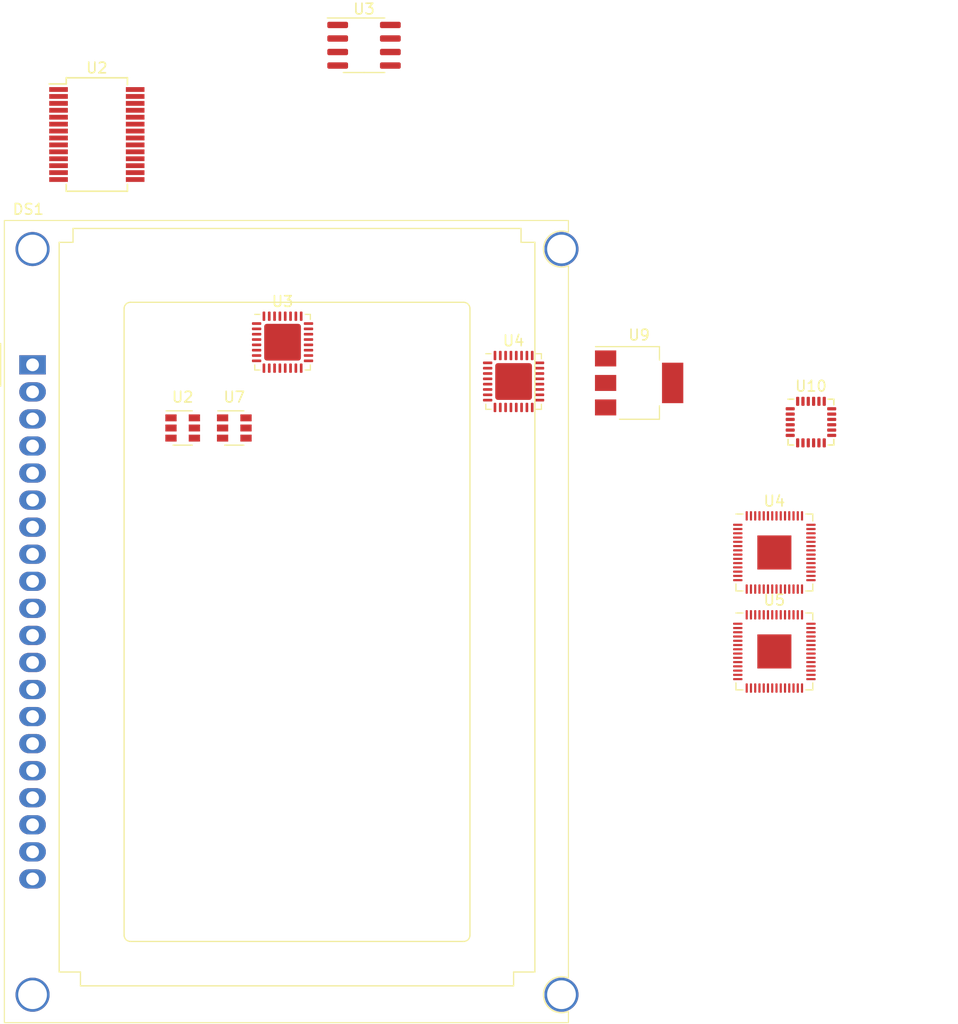
<source format=kicad_pcb>
(kicad_pcb (version 20221018) (generator pcbnew)
  (title_block (title "Game Console"))
  (layers (0 "F.Cu" signal) (31 "B.Cu" signal) (34 "B.Paste" user) (35 "F.Paste" user) (36 "B.SilkS" user "B.Silkscreen") (37 "F.SilkS" user "F.Silkscreen") (38 "B.Mask" user) (39 "F.Mask" user) (44 "Edge.Cuts" user))
  (net 0 "")
  (net 21 "+3.3V")
  (net 24 "Net-(U3-X2)")
  (net 25 "Net-(U3-X1)")
  (net 26 "Net-(U4-IOVDD-Pad1)")
  (net 46 "Net-(U4-DVDD-Pad23)")
  (net 49 "Net-(U2-Pad28)")
  (net 50 "Net-(U2-Pad27)")
  (net 51 "Net-(U2-Pad26)")
  (net 52 "Net-(U2-Pad25)")
  (net 53 "Net-(U2-Pad24)")
  (net 54 "Net-(U2-Pad23)")
  (net 55 "Net-(U2-Pad22)")
  (net 56 "Net-(U2-Pad21)")
  (net 57 "Net-(U2-Pad20)")
  (net 58 "Net-(U2-Pad19)")
  (net 59 "Net-(U2-Pad18)")
  (net 60 "Net-(U2-Pad17)")
  (net 61 "Net-(U2-Pad16)")
  (net 62 "Net-(U2-Pad11)")
  (net 63 "Net-(U2-Pad14)")
  (net 64 "Net-(U2-Pad13)")
  (net 65 "Net-(U2-Pad12)")
  (net 66 "Net-(U2-Pad10)")
  (net 67 "Net-(U2-Pad9)")
  (net 68 "Net-(U2-Pad8)")
  (net 69 "Net-(U2-Pad7)")
  (net 70 "Net-(U2-Pad6)")
  (net 71 "Net-(U2-Pad5)")
  (net 72 "Net-(U2-Pad4)")
  (net 73 "Net-(U2-Pad3)")
  (net 74 "Net-(U2-Pad2)")
  (net 75 "Net-(U2-Pad1)")
  (net 76 "Net-(U3-Pad32)")
  (net 77 "Net-(U3-Pad31)")
  (net 78 "Net-(U3-Pad30)")
  (net 79 "Net-(U3-Pad29)")
  (net 80 "Net-(U3-Pad28)")
  (net 81 "Net-(U3-Pad27)")
  (net 82 "Net-(U3-Pad26)")
  (net 83 "Net-(U3-Pad25)")
  (net 84 "Net-(U3-Pad24)")
  (net 85 "Net-(U3-Pad23)")
  (net 86 "Net-(U3-Pad22)")
  (net 87 "Net-(U3-Pad21)")
  (net 88 "Net-(U3-Pad20)")
  (net 89 "Net-(U3-Pad19)")
  (net 90 "Net-(U3-Pad18)")
  (net 91 "Net-(U3-Pad17)")
  (net 92 "Net-(U3-Pad16)")
  (net 93 "Net-(U3-Pad15)")
  (net 94 "Net-(U3-Pad14)")
  (net 95 "Net-(U3-Pad13)")
  (net 96 "Net-(U3-Pad12)")
  (net 97 "Net-(U3-Pad11)")
  (net 98 "Net-(U3-Pad10)")
  (net 99 "Net-(U3-Pad9)")
  (net 100 "Net-(U3-Pad8)")
  (net 101 "Net-(U3-Pad7)")
  (net 102 "Net-(U3-Pad6)")
  (net 103 "Net-(U3-Pad5)")
  (net 104 "Net-(U3-Pad4)")
  (net 105 "Net-(U3-Pad3)")
  (net 106 "Net-(U3-Pad2)")
  (net 107 "Net-(U3-Pad1)")
  (net 108 "Net-(U4-Pad32)")
  (net 109 "Net-(U4-Pad31)")
  (net 110 "Net-(U4-Pad30)")
  (net 111 "Net-(U4-Pad29)")
  (net 112 "Net-(U4-Pad28)")
  (net 113 "Net-(U4-Pad27)")
  (net 114 "Net-(U4-Pad26)")
  (net 115 "Net-(U4-Pad25)")
  (net 116 "Net-(U4-Pad24)")
  (net 117 "Net-(U4-Pad23)")
  (net 118 "Net-(U4-Pad22)")
  (net 119 "Net-(U4-Pad21)")
  (net 120 "Net-(U4-Pad20)")
  (net 121 "Net-(U4-Pad19)")
  (net 122 "Net-(U4-Pad18)")
  (net 123 "Net-(U4-Pad17)")
  (net 124 "Net-(U4-Pad16)")
  (net 125 "Net-(U4-Pad15)")
  (net 126 "Net-(U4-Pad14)")
  (net 127 "Net-(U4-Pad13)")
  (net 128 "Net-(U4-Pad12)")
  (net 129 "Net-(U4-Pad11)")
  (net 130 "Net-(U4-Pad10)")
  (net 131 "Net-(U4-Pad9)")
  (net 132 "Net-(U4-Pad8)")
  (net 133 "Net-(U4-Pad7)")
  (net 134 "Net-(U4-Pad6)")
  (net 135 "Net-(U4-Pad5)")
  (net 136 "Net-(U4-Pad4)")
  (net 137 "Net-(U4-Pad3)")
  (net 138 "Net-(U4-Pad2)")
  (net 139 "Net-(U4-Pad1)")
  (net 168 "Net-(U5-IOVDD-Pad1)")
  (net 188 "Net-(U5-DVDD-Pad23)")
  (net 211 "SDA")
  (net 212 "SCL")
  (net 214 "GND")
  (net 222 "Net-(U7-SCL)")
  (net 223 "Net-(U7-SDA)")
  (net 226 "SPEAKERL_LOW_V")
  (net 227 "+5V")
  (net 228 "SPEAKERR_LOW_V")
  (footprint "Package_SO:SSOP-28_5.3x10.2mm_P0.65mm" (layer "F.Cu") (at 98 25.075)
    (fp_text reference "U2" (at 0 -6.25) (layer "F.SilkS"))
    (fp_text value "AD1855")
    (fp_line (start -2.875 -5.325) (end -2.875 -4.75) (stroke (width 0.15)) (layer "F.SilkS"))
    (fp_line (start -2.875 -5.325) (end 2.875 -5.325) (stroke (width 0.15)) (layer "F.SilkS"))
    (fp_line (start -2.875 -4.75) (end -4.475 -4.75) (stroke (width 0.15)) (layer "F.SilkS"))
    (fp_line (start -2.875 5.325) (end -2.875 4.675) (stroke (width 0.15)) (layer "F.SilkS"))
    (fp_line (start -2.875 5.325) (end 2.875 5.325) (stroke (width 0.15)) (layer "F.SilkS"))
    (fp_line (start 2.875 -5.325) (end 2.875 -4.675) (stroke (width 0.15)) (layer "F.SilkS"))
    (fp_line (start 2.875 5.325) (end 2.875 4.675) (stroke (width 0.15)) (layer "F.SilkS"))
    (pad "1" smd rect (at -3.6 -4.225) (size 1.75 0.45) (layers "F.Cu" "F.Paste" "F.Mask") (net 75 "Net-(U2-Pad1)"))
    (pad "2" smd rect (at -3.6 -3.575) (size 1.75 0.45) (layers "F.Cu" "F.Paste" "F.Mask") (net 74 "Net-(U2-Pad2)"))
    (pad "3" smd rect (at -3.6 -2.925) (size 1.75 0.45) (layers "F.Cu" "F.Paste" "F.Mask") (net 73 "Net-(U2-Pad3)"))
    (pad "4" smd rect (at -3.6 -2.275) (size 1.75 0.45) (layers "F.Cu" "F.Paste" "F.Mask") (net 72 "Net-(U2-Pad4)"))
    (pad "5" smd rect (at -3.6 -1.625) (size 1.75 0.45) (layers "F.Cu" "F.Paste" "F.Mask") (net 71 "Net-(U2-Pad5)"))
    (pad "6" smd rect (at -3.6 -0.975) (size 1.75 0.45) (layers "F.Cu" "F.Paste" "F.Mask") (net 70 "Net-(U2-Pad6)"))
    (pad "7" smd rect (at -3.6 -0.325) (size 1.75 0.45) (layers "F.Cu" "F.Paste" "F.Mask") (net 69 "Net-(U2-Pad7)"))
    (pad "8" smd rect (at -3.6 0.325) (size 1.75 0.45) (layers "F.Cu" "F.Paste" "F.Mask") (net 68 "Net-(U2-Pad8)"))
    (pad "9" smd rect (at -3.6 0.975) (size 1.75 0.45) (layers "F.Cu" "F.Paste" "F.Mask") (net 67 "Net-(U2-Pad9)"))
    (pad "10" smd rect (at -3.6 1.625) (size 1.75 0.45) (layers "F.Cu" "F.Paste" "F.Mask") (net 66 "Net-(U2-Pad10)"))
    (pad "11" smd rect (at -3.6 2.275) (size 1.75 0.45) (layers "F.Cu" "F.Paste" "F.Mask") (net 62 "Net-(U2-Pad11)"))
    (pad "12" smd rect (at -3.6 2.925) (size 1.75 0.45) (layers "F.Cu" "F.Paste" "F.Mask") (net 65 "Net-(U2-Pad12)"))
    (pad "13" smd rect (at -3.6 3.575) (size 1.75 0.45) (layers "F.Cu" "F.Paste" "F.Mask") (net 64 "Net-(U2-Pad13)"))
    (pad "14" smd rect (at -3.6 4.225) (size 1.75 0.45) (layers "F.Cu" "F.Paste" "F.Mask") (net 63 "Net-(U2-Pad14)"))
    (pad "15" smd rect (at 3.6 4.225) (size 1.75 0.45) (layers "F.Cu" "F.Paste" "F.Mask") (net 62 "Net-(U2-Pad11)"))
    (pad "16" smd rect (at 3.6 3.575) (size 1.75 0.45) (layers "F.Cu" "F.Paste" "F.Mask") (net 61 "Net-(U2-Pad16)"))
    (pad "17" smd rect (at 3.6 2.925) (size 1.75 0.45) (layers "F.Cu" "F.Paste" "F.Mask") (net 60 "Net-(U2-Pad17)"))
    (pad "18" smd rect (at 3.6 2.275) (size 1.75 0.45) (layers "F.Cu" "F.Paste" "F.Mask") (net 59 "Net-(U2-Pad18)"))
    (pad "19" smd rect (at 3.6 1.625) (size 1.75 0.45) (layers "F.Cu" "F.Paste" "F.Mask") (net 58 "Net-(U2-Pad19)"))
    (pad "20" smd rect (at 3.6 0.975) (size 1.75 0.45) (layers "F.Cu" "F.Paste" "F.Mask") (net 57 "Net-(U2-Pad20)"))
    (pad "21" smd rect (at 3.6 0.325) (size 1.75 0.45) (layers "F.Cu" "F.Paste" "F.Mask") (net 56 "Net-(U2-Pad21)"))
    (pad "22" smd rect (at 3.6 -0.325) (size 1.75 0.45) (layers "F.Cu" "F.Paste" "F.Mask") (net 55 "Net-(U2-Pad22)"))
    (pad "23" smd rect (at 3.6 -0.975) (size 1.75 0.45) (layers "F.Cu" "F.Paste" "F.Mask") (net 54 "Net-(U2-Pad23)"))
    (pad "24" smd rect (at 3.6 -1.625) (size 1.75 0.45) (layers "F.Cu" "F.Paste" "F.Mask") (net 53 "Net-(U2-Pad24)"))
    (pad "25" smd rect (at 3.6 -2.275) (size 1.75 0.45) (layers "F.Cu" "F.Paste" "F.Mask") (net 52 "Net-(U2-Pad25)"))
    (pad "26" smd rect (at 3.6 -2.925) (size 1.75 0.45) (layers "F.Cu" "F.Paste" "F.Mask") (net 51 "Net-(U2-Pad26)"))
    (pad "27" smd rect (at 3.6 -3.575) (size 1.75 0.45) (layers "F.Cu" "F.Paste" "F.Mask") (net 50 "Net-(U2-Pad27)"))
    (pad "28" smd rect (at 3.6 -4.225) (size 1.75 0.45) (layers "F.Cu" "F.Paste" "F.Mask") (net 49 "Net-(U2-Pad28)"))
  )
  (footprint "Package_DFN_QFN:QFN-32-1EP_5x5mm_P0.5mm_EP3.45x3.45mm" (layer "F.Cu") (at 115.45 44.57)
    (fp_text reference "U3" (at 0 -3.82) (layer "F.SilkS"))
    (fp_text value "CS43L21")
    (fp_line (start -2.61 2.61) (end -2.61 2.135) (stroke (width 0.12)) (layer "F.SilkS"))
    (fp_line (start -2.135 -2.61) (end -2.61 -2.61) (stroke (width 0.12)) (layer "F.SilkS"))
    (fp_line (start -2.135 2.61) (end -2.61 2.61) (stroke (width 0.12)) (layer "F.SilkS"))
    (fp_line (start 2.135 -2.61) (end 2.61 -2.61) (stroke (width 0.12)) (layer "F.SilkS"))
    (fp_line (start 2.135 2.61) (end 2.61 2.61) (stroke (width 0.12)) (layer "F.SilkS"))
    (fp_line (start 2.61 -2.61) (end 2.61 -2.135) (stroke (width 0.12)) (layer "F.SilkS"))
    (fp_line (start 2.61 2.61) (end 2.61 2.135) (stroke (width 0.12)) (layer "F.SilkS"))
    (pad "1" smd roundrect (at -2.4375 -1.75) (size 0.875 0.25) (layers "F.Cu" "F.Paste" "F.Mask") (net 107 "Net-(U3-Pad1)"))
    (pad "2" smd roundrect (at -2.4375 -1.25) (size 0.875 0.25) (layers "F.Cu" "F.Paste" "F.Mask") (net 106 "Net-(U3-Pad2)"))
    (pad "3" smd roundrect (at -2.4375 -0.75) (size 0.875 0.25) (layers "F.Cu" "F.Paste" "F.Mask") (net 105 "Net-(U3-Pad3)"))
    (pad "4" smd roundrect (at -2.4375 -0.25) (size 0.875 0.25) (layers "F.Cu" "F.Paste" "F.Mask") (net 104 "Net-(U3-Pad4)"))
    (pad "5" smd roundrect (at -2.4375 0.25) (size 0.875 0.25) (layers "F.Cu" "F.Paste" "F.Mask") (net 103 "Net-(U3-Pad5)"))
    (pad "6" smd roundrect (at -2.4375 0.75) (size 0.875 0.25) (layers "F.Cu" "F.Paste" "F.Mask") (net 102 "Net-(U3-Pad6)"))
    (pad "7" smd roundrect (at -2.4375 1.25) (size 0.875 0.25) (layers "F.Cu" "F.Paste" "F.Mask") (net 101 "Net-(U3-Pad7)"))
    (pad "8" smd roundrect (at -2.4375 1.75) (size 0.875 0.25) (layers "F.Cu" "F.Paste" "F.Mask") (net 100 "Net-(U3-Pad8)"))
    (pad "9" smd roundrect (at -1.75 2.4375) (size 0.25 0.875) (layers "F.Cu" "F.Paste" "F.Mask") (net 99 "Net-(U3-Pad9)"))
    (pad "10" smd roundrect (at -1.25 2.4375) (size 0.25 0.875) (layers "F.Cu" "F.Paste" "F.Mask") (net 98 "Net-(U3-Pad10)"))
    (pad "11" smd roundrect (at -0.75 2.4375) (size 0.25 0.875) (layers "F.Cu" "F.Paste" "F.Mask") (net 97 "Net-(U3-Pad11)"))
    (pad "12" smd roundrect (at -0.25 2.4375) (size 0.25 0.875) (layers "F.Cu" "F.Paste" "F.Mask") (net 96 "Net-(U3-Pad12)"))
    (pad "13" smd roundrect (at 0.25 2.4375) (size 0.25 0.875) (layers "F.Cu" "F.Paste" "F.Mask") (net 95 "Net-(U3-Pad13)"))
    (pad "14" smd roundrect (at 0.75 2.4375) (size 0.25 0.875) (layers "F.Cu" "F.Paste" "F.Mask") (net 94 "Net-(U3-Pad14)"))
    (pad "15" smd roundrect (at 1.25 2.4375) (size 0.25 0.875) (layers "F.Cu" "F.Paste" "F.Mask") (net 93 "Net-(U3-Pad15)"))
    (pad "16" smd roundrect (at 1.75 2.4375) (size 0.25 0.875) (layers "F.Cu" "F.Paste" "F.Mask") (net 92 "Net-(U3-Pad16)"))
    (pad "17" smd roundrect (at 2.4375 1.75) (size 0.875 0.25) (layers "F.Cu" "F.Paste" "F.Mask") (net 91 "Net-(U3-Pad17)"))
    (pad "18" smd roundrect (at 2.4375 1.25) (size 0.875 0.25) (layers "F.Cu" "F.Paste" "F.Mask") (net 90 "Net-(U3-Pad18)"))
    (pad "19" smd roundrect (at 2.4375 0.75) (size 0.875 0.25) (layers "F.Cu" "F.Paste" "F.Mask") (net 89 "Net-(U3-Pad19)"))
    (pad "20" smd roundrect (at 2.4375 0.25) (size 0.875 0.25) (layers "F.Cu" "F.Paste" "F.Mask") (net 88 "Net-(U3-Pad20)"))
    (pad "21" smd roundrect (at 2.4375 -0.25) (size 0.875 0.25) (layers "F.Cu" "F.Paste" "F.Mask") (net 87 "Net-(U3-Pad21)"))
    (pad "22" smd roundrect (at 2.4375 -0.75) (size 0.875 0.25) (layers "F.Cu" "F.Paste" "F.Mask") (net 86 "Net-(U3-Pad22)"))
    (pad "23" smd roundrect (at 2.4375 -1.25) (size 0.875 0.25) (layers "F.Cu" "F.Paste" "F.Mask") (net 85 "Net-(U3-Pad23)"))
    (pad "24" smd roundrect (at 2.4375 -1.75) (size 0.875 0.25) (layers "F.Cu" "F.Paste" "F.Mask") (net 84 "Net-(U3-Pad24)"))
    (pad "25" smd roundrect (at 1.75 -2.4375) (size 0.25 0.875) (layers "F.Cu" "F.Paste" "F.Mask") (net 83 "Net-(U3-Pad25)"))
    (pad "26" smd roundrect (at 1.25 -2.4375) (size 0.25 0.875) (layers "F.Cu" "F.Paste" "F.Mask") (net 82 "Net-(U3-Pad26)"))
    (pad "27" smd roundrect (at 0.75 -2.4375) (size 0.25 0.875) (layers "F.Cu" "F.Paste" "F.Mask") (net 81 "Net-(U3-Pad27)"))
    (pad "28" smd roundrect (at 0.25 -2.4375) (size 0.25 0.875) (layers "F.Cu" "F.Paste" "F.Mask") (net 80 "Net-(U3-Pad28)"))
    (pad "29" smd roundrect (at -0.25 -2.4375) (size 0.25 0.875) (layers "F.Cu" "F.Paste" "F.Mask") (net 79 "Net-(U3-Pad29)"))
    (pad "30" smd roundrect (at -0.75 -2.4375) (size 0.25 0.875) (layers "F.Cu" "F.Paste" "F.Mask") (net 78 "Net-(U3-Pad30)"))
    (pad "31" smd roundrect (at -1.25 -2.4375) (size 0.25 0.875) (layers "F.Cu" "F.Paste" "F.Mask") (net 77 "Net-(U3-Pad31)"))
    (pad "32" smd roundrect (at -1.75 -2.4375) (size 0.25 0.875) (layers "F.Cu" "F.Paste" "F.Mask") (net 76 "Net-(U3-Pad32)"))
    (pad "33" smd roundrect (at 0 0) (size 3.45 3.45) (layers "F.Cu" "F.Mask") (roundrect_rratio 0.072464) (net 95 "Net-(U3-Pad13)"))
  )
  (footprint "Package_DFN_QFN:QFN-32-1EP_5x5mm_P0.5mm_EP3.45x3.45mm" (layer "F.Cu") (at 137.16 48.26)
    (fp_text reference "U4" (at 0 -3.82) (layer "F.SilkS"))
    (fp_text value "CS43L21")
    (fp_line (start -2.61 2.61) (end -2.61 2.135) (stroke (width 0.12)) (layer "F.SilkS"))
    (fp_line (start -2.135 -2.61) (end -2.61 -2.61) (stroke (width 0.12)) (layer "F.SilkS"))
    (fp_line (start -2.135 2.61) (end -2.61 2.61) (stroke (width 0.12)) (layer "F.SilkS"))
    (fp_line (start 2.135 -2.61) (end 2.61 -2.61) (stroke (width 0.12)) (layer "F.SilkS"))
    (fp_line (start 2.135 2.61) (end 2.61 2.61) (stroke (width 0.12)) (layer "F.SilkS"))
    (fp_line (start 2.61 -2.61) (end 2.61 -2.135) (stroke (width 0.12)) (layer "F.SilkS"))
    (fp_line (start 2.61 2.61) (end 2.61 2.135) (stroke (width 0.12)) (layer "F.SilkS"))
    (pad "1" smd roundrect (at -2.4375 -1.75) (size 0.875 0.25) (layers "F.Cu" "F.Paste" "F.Mask") (net 139 "Net-(U4-Pad1)"))
    (pad "2" smd roundrect (at -2.4375 -1.25) (size 0.875 0.25) (layers "F.Cu" "F.Paste" "F.Mask") (net 138 "Net-(U4-Pad2)"))
    (pad "3" smd roundrect (at -2.4375 -0.75) (size 0.875 0.25) (layers "F.Cu" "F.Paste" "F.Mask") (net 137 "Net-(U4-Pad3)"))
    (pad "4" smd roundrect (at -2.4375 -0.25) (size 0.875 0.25) (layers "F.Cu" "F.Paste" "F.Mask") (net 136 "Net-(U4-Pad4)"))
    (pad "5" smd roundrect (at -2.4375 0.25) (size 0.875 0.25) (layers "F.Cu" "F.Paste" "F.Mask") (net 135 "Net-(U4-Pad5)"))
    (pad "6" smd roundrect (at -2.4375 0.75) (size 0.875 0.25) (layers "F.Cu" "F.Paste" "F.Mask") (net 134 "Net-(U4-Pad6)"))
    (pad "7" smd roundrect (at -2.4375 1.25) (size 0.875 0.25) (layers "F.Cu" "F.Paste" "F.Mask") (net 133 "Net-(U4-Pad7)"))
    (pad "8" smd roundrect (at -2.4375 1.75) (size 0.875 0.25) (layers "F.Cu" "F.Paste" "F.Mask") (net 132 "Net-(U4-Pad8)"))
    (pad "9" smd roundrect (at -1.75 2.4375) (size 0.25 0.875) (layers "F.Cu" "F.Paste" "F.Mask") (net 131 "Net-(U4-Pad9)"))
    (pad "10" smd roundrect (at -1.25 2.4375) (size 0.25 0.875) (layers "F.Cu" "F.Paste" "F.Mask") (net 130 "Net-(U4-Pad10)"))
    (pad "11" smd roundrect (at -0.75 2.4375) (size 0.25 0.875) (layers "F.Cu" "F.Paste" "F.Mask") (net 129 "Net-(U4-Pad11)"))
    (pad "12" smd roundrect (at -0.25 2.4375) (size 0.25 0.875) (layers "F.Cu" "F.Paste" "F.Mask") (net 128 "Net-(U4-Pad12)"))
    (pad "13" smd roundrect (at 0.25 2.4375) (size 0.25 0.875) (layers "F.Cu" "F.Paste" "F.Mask") (net 127 "Net-(U4-Pad13)"))
    (pad "14" smd roundrect (at 0.75 2.4375) (size 0.25 0.875) (layers "F.Cu" "F.Paste" "F.Mask") (net 126 "Net-(U4-Pad14)"))
    (pad "15" smd roundrect (at 1.25 2.4375) (size 0.25 0.875) (layers "F.Cu" "F.Paste" "F.Mask") (net 125 "Net-(U4-Pad15)"))
    (pad "16" smd roundrect (at 1.75 2.4375) (size 0.25 0.875) (layers "F.Cu" "F.Paste" "F.Mask") (net 124 "Net-(U4-Pad16)"))
    (pad "17" smd roundrect (at 2.4375 1.75) (size 0.875 0.25) (layers "F.Cu" "F.Paste" "F.Mask") (net 123 "Net-(U4-Pad17)"))
    (pad "18" smd roundrect (at 2.4375 1.25) (size 0.875 0.25) (layers "F.Cu" "F.Paste" "F.Mask") (net 122 "Net-(U4-Pad18)"))
    (pad "19" smd roundrect (at 2.4375 0.75) (size 0.875 0.25) (layers "F.Cu" "F.Paste" "F.Mask") (net 121 "Net-(U4-Pad19)"))
    (pad "20" smd roundrect (at 2.4375 0.25) (size 0.875 0.25) (layers "F.Cu" "F.Paste" "F.Mask") (net 120 "Net-(U4-Pad20)"))
    (pad "21" smd roundrect (at 2.4375 -0.25) (size 0.875 0.25) (layers "F.Cu" "F.Paste" "F.Mask") (net 119 "Net-(U4-Pad21)"))
    (pad "22" smd roundrect (at 2.4375 -0.75) (size 0.875 0.25) (layers "F.Cu" "F.Paste" "F.Mask") (net 118 "Net-(U4-Pad22)"))
    (pad "23" smd roundrect (at 2.4375 -1.25) (size 0.875 0.25) (layers "F.Cu" "F.Paste" "F.Mask") (net 117 "Net-(U4-Pad23)"))
    (pad "24" smd roundrect (at 2.4375 -1.75) (size 0.875 0.25) (layers "F.Cu" "F.Paste" "F.Mask") (net 116 "Net-(U4-Pad24)"))
    (pad "25" smd roundrect (at 1.75 -2.4375) (size 0.25 0.875) (layers "F.Cu" "F.Paste" "F.Mask") (net 115 "Net-(U4-Pad25)"))
    (pad "26" smd roundrect (at 1.25 -2.4375) (size 0.25 0.875) (layers "F.Cu" "F.Paste" "F.Mask") (net 114 "Net-(U4-Pad26)"))
    (pad "27" smd roundrect (at 0.75 -2.4375) (size 0.25 0.875) (layers "F.Cu" "F.Paste" "F.Mask") (net 113 "Net-(U4-Pad27)"))
    (pad "28" smd roundrect (at 0.25 -2.4375) (size 0.25 0.875) (layers "F.Cu" "F.Paste" "F.Mask") (net 112 "Net-(U4-Pad28)"))
    (pad "29" smd roundrect (at -0.25 -2.4375) (size 0.25 0.875) (layers "F.Cu" "F.Paste" "F.Mask") (net 111 "Net-(U4-Pad29)"))
    (pad "30" smd roundrect (at -0.75 -2.4375) (size 0.25 0.875) (layers "F.Cu" "F.Paste" "F.Mask") (net 110 "Net-(U4-Pad30)"))
    (pad "31" smd roundrect (at -1.25 -2.4375) (size 0.25 0.875) (layers "F.Cu" "F.Paste" "F.Mask") (net 109 "Net-(U4-Pad31)"))
    (pad "32" smd roundrect (at -1.75 -2.4375) (size 0.25 0.875) (layers "F.Cu" "F.Paste" "F.Mask") (net 108 "Net-(U4-Pad32)"))
    (pad "33" smd roundrect (at 0 0) (size 3.45 3.45) (layers "F.Cu" "F.Mask") (roundrect_rratio 0.072464) (net 127 "Net-(U4-Pad13)"))
  )
  (footprint "Display:AG12864E" (layer "F.Cu") (at 91.960001 46.695001)
    (fp_text reference "DS1" (at -0.4 -14.6) (layer "F.SilkS"))
    (fp_text value "AG12864E")
    (fp_line (start -3 -2) (end -3 2) (stroke (width 0.12)) (layer "F.SilkS"))
    (fp_line (start -2.65 -13.55) (end -2.65 61.75) (stroke (width 0.1)) (layer "F.SilkS"))
    (fp_line (start -2.65 61.75) (end 50.35 61.75) (stroke (width 0.1)) (layer "F.SilkS"))
    (fp_line (start 2.5 57) (end 2.5 -11.5) (stroke (width 0.12)) (layer "F.SilkS"))
    (fp_line (start 2.5 57) (end 4.5 57) (stroke (width 0.12)) (layer "F.SilkS"))
    (fp_line (start 3.8 -12.8) (end 3.8 -11.5) (stroke (width 0.12)) (layer "F.SilkS"))
    (fp_line (start 3.8 -12.8) (end 45.9 -12.8) (stroke (width 0.12)) (layer "F.SilkS"))
    (fp_line (start 3.8 -11.5) (end 2.5 -11.5) (stroke (width 0.12)) (layer "F.SilkS"))
    (fp_line (start 4.5 57) (end 4.5 58.3) (stroke (width 0.12)) (layer "F.SilkS"))
    (fp_line (start 8.6 -5.27) (end 8.6 53.53) (stroke (width 0.12)) (layer "F.SilkS"))
    (fp_line (start 9.2 54.13) (end 40.5 54.13) (stroke (width 0.12)) (layer "F.SilkS"))
    (fp_line (start 40.5 -5.87) (end 9.21 -5.87) (stroke (width 0.12)) (layer "F.SilkS"))
    (fp_line (start 41.1 53.53) (end 41.1 -5.27) (stroke (width 0.12)) (layer "F.SilkS"))
    (fp_line (start 45.2 57) (end 45.2 58.3) (stroke (width 0.12)) (layer "F.SilkS"))
    (fp_line (start 45.2 58.3) (end 4.5 58.3) (stroke (width 0.12)) (layer "F.SilkS"))
    (fp_line (start 45.9 -11.5) (end 45.9 -12.8) (stroke (width 0.12)) (layer "F.SilkS"))
    (fp_line (start 47.2 -11.5) (end 45.9 -11.5) (stroke (width 0.12)) (layer "F.SilkS"))
    (fp_line (start 47.2 -11.5) (end 47.2 57) (stroke (width 0.12)) (layer "F.SilkS"))
    (fp_line (start 47.2 57) (end 45.2 57) (stroke (width 0.12)) (layer "F.SilkS"))
    (fp_line (start 50.35 -13.55) (end -2.65 -13.55) (stroke (width 0.1)) (layer "F.SilkS"))
    (fp_line (start 50.35 -13.54) (end 50.35 -12.44) (stroke (width 0.1)) (layer "F.SilkS"))
    (fp_line (start 50.35 57.55) (end 50.35 -9.3) (stroke (width 0.1)) (layer "F.SilkS"))
    (fp_line (start 50.35 61.75) (end 50.35 60.7) (stroke (width 0.1)) (layer "F.SilkS"))
    (fp_arc (start 8.6 -5.27) (mid 8.775736 -5.694264) (end 9.2 -5.87) (stroke (width 0.12)) (layer "F.SilkS"))
    (fp_arc (start 9.2 54.13) (mid 8.775736 53.954264) (end 8.6 53.53) (stroke (width 0.12)) (layer "F.SilkS"))
    (fp_arc (start 40.5 -5.87) (mid 40.924264 -5.694264) (end 41.1 -5.27) (stroke (width 0.12)) (layer "F.SilkS"))
    (fp_arc (start 41.1 53.53) (mid 40.924264 53.954264) (end 40.5 54.13) (stroke (width 0.12)) (layer "F.SilkS"))
    (fp_arc (start 48.12 -11.49) (mid 49.021177 -12.425635) (end 50.32 -12.45) (stroke (width 0.1)) (layer "F.SilkS"))
    (fp_arc (start 48.12 58.51) (mid 49.021177 57.574365) (end 50.32 57.55) (stroke (width 0.1)) (layer "F.SilkS"))
    (fp_arc (start 49.01 -9.32) (mid 48.116081 -10.261888) (end 48.15 -11.56) (stroke (width 0.1)) (layer "F.SilkS"))
    (fp_arc (start 49.08 60.71) (mid 48.144365 59.808823) (end 48.12 58.51) (stroke (width 0.1)) (layer "F.SilkS"))
    (fp_arc (start 50.31 60.71) (mid 49.014106 60.678564) (end 48.12 59.74) (stroke (width 0.1)) (layer "F.SilkS"))
    (fp_arc (start 50.33 -9.29) (mid 49.028249 -9.307294) (end 48.12 -10.24) (stroke (width 0.1)) (layer "F.SilkS"))
    (pad "" thru_hole circle (at 0 -10.87 270) (size 3.2 3.2) (drill 2.7) (layers "*.Cu" "*.Mask"))
    (pad "" thru_hole circle (at 0 59.13 270) (size 3.2 3.2) (drill 2.7) (layers "*.Cu" "*.Mask"))
    (pad "" thru_hole circle (at 49.7 -10.87 270) (size 3.2 3.2) (drill 2.7) (layers "*.Cu" "*.Mask"))
    (pad "" thru_hole circle (at 49.7 59.13 270) (size 3.2 3.2) (drill 2.7) (layers "*.Cu" "*.Mask"))
    (pad "1" thru_hole rect (at 0 0 270) (size 1.8 2.5) (drill 1.2) (layers "*.Cu" "*.Mask"))
    (pad "2" thru_hole oval (at 0 2.54 270) (size 1.8 2.5) (drill 1.2) (layers "*.Cu" "*.Mask"))
    (pad "3" thru_hole oval (at 0 5.08 270) (size 1.8 2.5) (drill 1.2) (layers "*.Cu" "*.Mask"))
    (pad "4" thru_hole oval (at 0 7.62 270) (size 1.8 2.5) (drill 1.2) (layers "*.Cu" "*.Mask"))
    (pad "5" thru_hole oval (at 0 10.16 270) (size 1.8 2.5) (drill 1.2) (layers "*.Cu" "*.Mask"))
    (pad "6" thru_hole oval (at 0 12.7 270) (size 1.8 2.5) (drill 1.2) (layers "*.Cu" "*.Mask"))
    (pad "7" thru_hole oval (at 0 15.24 270) (size 1.8 2.5) (drill 1.2) (layers "*.Cu" "*.Mask"))
    (pad "8" thru_hole oval (at 0 17.78 270) (size 1.8 2.5) (drill 1.2) (layers "*.Cu" "*.Mask"))
    (pad "9" thru_hole oval (at 0 20.32 270) (size 1.8 2.5) (drill 1.2) (layers "*.Cu" "*.Mask"))
    (pad "10" thru_hole oval (at 0 22.86 270) (size 1.8 2.5) (drill 1.2) (layers "*.Cu" "*.Mask"))
    (pad "11" thru_hole oval (at 0 25.4 270) (size 1.8 2.5) (drill 1.2) (layers "*.Cu" "*.Mask"))
    (pad "12" thru_hole oval (at 0 27.94 270) (size 1.8 2.5) (drill 1.2) (layers "*.Cu" "*.Mask"))
    (pad "13" thru_hole oval (at 0 30.48 270) (size 1.8 2.5) (drill 1.2) (layers "*.Cu" "*.Mask"))
    (pad "14" thru_hole oval (at 0 33.02 270) (size 1.8 2.5) (drill 1.2) (layers "*.Cu" "*.Mask"))
    (pad "15" thru_hole oval (at 0 35.56 270) (size 1.8 2.5) (drill 1.2) (layers "*.Cu" "*.Mask"))
    (pad "16" thru_hole oval (at 0 38.1 270) (size 1.8 2.5) (drill 1.2) (layers "*.Cu" "*.Mask"))
    (pad "17" thru_hole oval (at 0 40.64 270) (size 1.8 2.5) (drill 1.2) (layers "*.Cu" "*.Mask"))
    (pad "18" thru_hole oval (at 0 43.18 270) (size 1.8 2.5) (drill 1.2) (layers "*.Cu" "*.Mask"))
    (pad "19" thru_hole oval (at 0 45.72 270) (size 1.8 2.5) (drill 1.2) (layers "*.Cu" "*.Mask"))
    (pad "20" thru_hole oval (at 0 48.26 270) (size 1.8 2.5) (drill 1.2) (layers "*.Cu" "*.Mask"))
  )
  (footprint "Package_TO_SOT_SMD:SOT-223-3_TabPin2" (layer "F.Cu") (at 148.955001 48.395001)
    (fp_text reference "U9" (at 0 -4.5) (layer "F.SilkS"))
    (fp_text value "AP1117-33")
    (fp_line (start -4.1 -3.41) (end 1.91 -3.41) (stroke (width 0.12)) (layer "F.SilkS"))
    (fp_line (start -1.85 3.41) (end 1.91 3.41) (stroke (width 0.12)) (layer "F.SilkS"))
    (fp_line (start 1.91 -3.41) (end 1.91 -2.15) (stroke (width 0.12)) (layer "F.SilkS"))
    (fp_line (start 1.91 3.41) (end 1.91 2.15) (stroke (width 0.12)) (layer "F.SilkS"))
    (pad "1" smd rect (at -3.15 -2.3) (size 2 1.5) (layers "F.Cu" "F.Paste" "F.Mask"))
    (pad "2" smd rect (at -3.15 0) (size 2 1.5) (layers "F.Cu" "F.Paste" "F.Mask"))
    (pad "2" smd rect (at 3.15 0) (size 2 3.8) (layers "F.Cu" "F.Paste" "F.Mask"))
    (pad "3" smd rect (at -3.15 2.3) (size 2 1.5) (layers "F.Cu" "F.Paste" "F.Mask"))
  )
  (footprint "Sensor_Motion:InvenSense_QFN-24_4x4mm_P0.5mm" (layer "F.Cu") (at 165.1 52.07)
    (fp_text reference "U10" (at 0 -3.375) (layer "F.SilkS"))
    (fp_text value "MPU-6050")
    (fp_line (start -2.15 -2.15) (end -1.625 -2.15) (stroke (width 0.15)) (layer "F.SilkS"))
    (fp_line (start -2.15 2.15) (end -2.15 1.625) (stroke (width 0.15)) (layer "F.SilkS"))
    (fp_line (start -2.15 2.15) (end -1.625 2.15) (stroke (width 0.15)) (layer "F.SilkS"))
    (fp_line (start 2.15 -2.15) (end 1.625 -2.15) (stroke (width 0.15)) (layer "F.SilkS"))
    (fp_line (start 2.15 -2.15) (end 2.15 -1.625) (stroke (width 0.15)) (layer "F.SilkS"))
    (fp_line (start 2.15 2.15) (end 1.625 2.15) (stroke (width 0.15)) (layer "F.SilkS"))
    (fp_line (start 2.15 2.15) (end 2.15 1.625) (stroke (width 0.15)) (layer "F.SilkS"))
    (pad "1" smd roundrect (at -1.95 -1.25) (size 0.85 0.3) (layers "F.Cu" "F.Paste" "F.Mask"))
    (pad "2" smd roundrect (at -1.95 -0.75) (size 0.85 0.3) (layers "F.Cu" "F.Paste" "F.Mask"))
    (pad "3" smd roundrect (at -1.95 -0.25) (size 0.85 0.3) (layers "F.Cu" "F.Paste" "F.Mask"))
    (pad "4" smd roundrect (at -1.95 0.25) (size 0.85 0.3) (layers "F.Cu" "F.Paste" "F.Mask"))
    (pad "5" smd roundrect (at -1.95 0.75) (size 0.85 0.3) (layers "F.Cu" "F.Paste" "F.Mask"))
    (pad "6" smd roundrect (at -1.95 1.25) (size 0.85 0.3) (layers "F.Cu" "F.Paste" "F.Mask"))
    (pad "7" smd roundrect (at -1.25 1.95 90) (size 0.85 0.3) (layers "F.Cu" "F.Paste" "F.Mask"))
    (pad "8" smd roundrect (at -0.75 1.95 90) (size 0.85 0.3) (layers "F.Cu" "F.Paste" "F.Mask"))
    (pad "9" smd roundrect (at -0.25 1.95 90) (size 0.85 0.3) (layers "F.Cu" "F.Paste" "F.Mask"))
    (pad "10" smd roundrect (at 0.25 1.95 90) (size 0.85 0.3) (layers "F.Cu" "F.Paste" "F.Mask"))
    (pad "11" smd roundrect (at 0.75 1.95 90) (size 0.85 0.3) (layers "F.Cu" "F.Paste" "F.Mask"))
    (pad "12" smd roundrect (at 1.25 1.95 90) (size 0.85 0.3) (layers "F.Cu" "F.Paste" "F.Mask"))
    (pad "13" smd roundrect (at 1.95 1.25) (size 0.85 0.3) (layers "F.Cu" "F.Paste" "F.Mask") (net 21 "+3.3V"))
    (pad "14" smd roundrect (at 1.95 0.75) (size 0.85 0.3) (layers "F.Cu" "F.Paste" "F.Mask"))
    (pad "15" smd roundrect (at 1.95 0.25) (size 0.85 0.3) (layers "F.Cu" "F.Paste" "F.Mask"))
    (pad "16" smd roundrect (at 1.95 -0.25) (size 0.85 0.3) (layers "F.Cu" "F.Paste" "F.Mask"))
    (pad "17" smd roundrect (at 1.95 -0.75) (size 0.85 0.3) (layers "F.Cu" "F.Paste" "F.Mask"))
    (pad "18" smd roundrect (at 1.95 -1.25) (size 0.85 0.3) (layers "F.Cu" "F.Paste" "F.Mask") (net 214 "GND"))
    (pad "19" smd roundrect (at 1.25 -1.95 90) (size 0.85 0.3) (layers "F.Cu" "F.Paste" "F.Mask"))
    (pad "20" smd roundrect (at 0.75 -1.95 90) (size 0.85 0.3) (layers "F.Cu" "F.Paste" "F.Mask"))
    (pad "21" smd roundrect (at 0.25 -1.95 90) (size 0.85 0.3) (layers "F.Cu" "F.Paste" "F.Mask"))
    (pad "22" smd roundrect (at -0.25 -1.95 90) (size 0.85 0.3) (layers "F.Cu" "F.Paste" "F.Mask"))
    (pad "23" smd roundrect (at -0.75 -1.95 90) (size 0.85 0.3) (layers "F.Cu" "F.Paste" "F.Mask") (net 212 "SCL"))
    (pad "24" smd roundrect (at -1.25 -1.95 90) (size 0.85 0.3) (layers "F.Cu" "F.Paste" "F.Mask") (net 211 "SDA"))
  )
  (footprint "Package_TO_SOT_SMD:SOT-23-6" (layer "F.Cu") (at 106.065001 52.625001)
    (fp_text reference "U2" (at 0 -2.9) (layer "F.SilkS"))
    (fp_text value "MCP4725xxx-xCH")
    (fp_line (start -0.9 1.61) (end 0.9 1.61) (stroke (width 0.12)) (layer "F.SilkS"))
    (fp_line (start 0.9 -1.61) (end -1.55 -1.61) (stroke (width 0.12)) (layer "F.SilkS"))
    (pad "1" smd rect (at -1.1 -0.95) (size 1.06 0.65) (layers "F.Cu" "F.Paste" "F.Mask") (net 226 "SPEAKERL_LOW_V"))
    (pad "2" smd rect (at -1.1 0) (size 1.06 0.65) (layers "F.Cu" "F.Paste" "F.Mask") (net 214 "GND"))
    (pad "3" smd rect (at -1.1 0.95) (size 1.06 0.65) (layers "F.Cu" "F.Paste" "F.Mask") (net 21 "+3.3V"))
    (pad "4" smd rect (at 1.1 0.95) (size 1.06 0.65) (layers "F.Cu" "F.Paste" "F.Mask") (net 211 "SDA"))
    (pad "5" smd rect (at 1.1 0) (size 1.06 0.65) (layers "F.Cu" "F.Paste" "F.Mask") (net 212 "SCL"))
    (pad "6" smd rect (at 1.1 -0.95) (size 1.06 0.65) (layers "F.Cu" "F.Paste" "F.Mask") (net 214 "GND"))
  )
  (footprint "Package_TO_SOT_SMD:SOT-23-6" (layer "F.Cu") (at 110.915001 52.625001)
    (fp_text reference "U7" (at 0 -2.9) (layer "F.SilkS"))
    (fp_text value "MCP4725xxx-xCH")
    (fp_line (start -0.9 1.61) (end 0.9 1.61) (stroke (width 0.12)) (layer "F.SilkS"))
    (fp_line (start 0.9 -1.61) (end -1.55 -1.61) (stroke (width 0.12)) (layer "F.SilkS"))
    (pad "1" smd rect (at -1.1 -0.95) (size 1.06 0.65) (layers "F.Cu" "F.Paste" "F.Mask") (net 228 "SPEAKERR_LOW_V"))
    (pad "2" smd rect (at -1.1 0) (size 1.06 0.65) (layers "F.Cu" "F.Paste" "F.Mask") (net 214 "GND"))
    (pad "3" smd rect (at -1.1 0.95) (size 1.06 0.65) (layers "F.Cu" "F.Paste" "F.Mask") (net 21 "+3.3V"))
    (pad "4" smd rect (at 1.1 0.95) (size 1.06 0.65) (layers "F.Cu" "F.Paste" "F.Mask") (net 223 "Net-(U7-SDA)"))
    (pad "5" smd rect (at 1.1 0) (size 1.06 0.65) (layers "F.Cu" "F.Paste" "F.Mask") (net 222 "Net-(U7-SCL)"))
    (pad "6" smd rect (at 1.1 -0.95) (size 1.06 0.65) (layers "F.Cu" "F.Paste" "F.Mask") (net 21 "+3.3V"))
  )
  (footprint "Package_SO:SOIC-8_3.9x4.9mm_P1.27mm" (layer "F.Cu") (at 123.105001 16.695001)
    (fp_text reference "U3" (at 0 -3.4) (layer "F.SilkS"))
    (fp_text value "DS1307Z+")
    (fp_line (start 0 -2.56) (end -3.45 -2.56) (stroke (width 0.12)) (layer "F.SilkS"))
    (fp_line (start 0 -2.56) (end 1.95 -2.56) (stroke (width 0.12)) (layer "F.SilkS"))
    (fp_line (start 0 2.56) (end -1.95 2.56) (stroke (width 0.12)) (layer "F.SilkS"))
    (fp_line (start 0 2.56) (end 1.95 2.56) (stroke (width 0.12)) (layer "F.SilkS"))
    (pad "1" smd roundrect (at -2.475 -1.905) (size 1.95 0.6) (layers "F.Cu" "F.Paste" "F.Mask") (net 25 "Net-(U3-X1)"))
    (pad "2" smd roundrect (at -2.475 -0.635) (size 1.95 0.6) (layers "F.Cu" "F.Paste" "F.Mask") (net 24 "Net-(U3-X2)"))
    (pad "3" smd roundrect (at -2.475 0.635) (size 1.95 0.6) (layers "F.Cu" "F.Paste" "F.Mask"))
    (pad "4" smd roundrect (at -2.475 1.905) (size 1.95 0.6) (layers "F.Cu" "F.Paste" "F.Mask") (net 214 "GND"))
    (pad "5" smd roundrect (at 2.475 1.905) (size 1.95 0.6) (layers "F.Cu" "F.Paste" "F.Mask") (net 211 "SDA"))
    (pad "6" smd roundrect (at 2.475 0.635) (size 1.95 0.6) (layers "F.Cu" "F.Paste" "F.Mask") (net 212 "SCL"))
    (pad "7" smd roundrect (at 2.475 -0.635) (size 1.95 0.6) (layers "F.Cu" "F.Paste" "F.Mask"))
    (pad "8" smd roundrect (at 2.475 -1.905) (size 1.95 0.6) (layers "F.Cu" "F.Paste" "F.Mask") (net 227 "+5V"))
  )
  (footprint "Package_DFN_QFN:QFN-56-1EP_7x7mm_P0.4mm_EP3.2x3.2mm" (layer "F.Cu") (at 161.6625 64.31)
    (fp_text reference "U4" (at 0 -4.82) (layer "F.SilkS"))
    (fp_text value "RP2040")
    (fp_line (start -3.61 3.61) (end -3.61 2.96) (stroke (width 0.12)) (layer "F.SilkS"))
    (fp_line (start -2.96 -3.61) (end -3.61 -3.61) (stroke (width 0.12)) (layer "F.SilkS"))
    (fp_line (start -2.96 3.61) (end -3.61 3.61) (stroke (width 0.12)) (layer "F.SilkS"))
    (fp_line (start 2.96 -3.61) (end 3.61 -3.61) (stroke (width 0.12)) (layer "F.SilkS"))
    (fp_line (start 2.96 3.61) (end 3.61 3.61) (stroke (width 0.12)) (layer "F.SilkS"))
    (fp_line (start 3.61 -3.61) (end 3.61 -2.96) (stroke (width 0.12)) (layer "F.SilkS"))
    (fp_line (start 3.61 3.61) (end 3.61 2.96) (stroke (width 0.12)) (layer "F.SilkS"))
    (pad "1" smd roundrect (at -3.4375 -2.6) (size 0.875 0.2) (layers "F.Cu" "F.Paste" "F.Mask") (net 26 "Net-(U4-IOVDD-Pad1)"))
    (pad "2" smd roundrect (at -3.4375 -2.2) (size 0.875 0.2) (layers "F.Cu" "F.Paste" "F.Mask"))
    (pad "3" smd roundrect (at -3.4375 -1.8) (size 0.875 0.2) (layers "F.Cu" "F.Paste" "F.Mask"))
    (pad "4" smd roundrect (at -3.4375 -1.4) (size 0.875 0.2) (layers "F.Cu" "F.Paste" "F.Mask"))
    (pad "5" smd roundrect (at -3.4375 -1) (size 0.875 0.2) (layers "F.Cu" "F.Paste" "F.Mask"))
    (pad "6" smd roundrect (at -3.4375 -0.6) (size 0.875 0.2) (layers "F.Cu" "F.Paste" "F.Mask"))
    (pad "7" smd roundrect (at -3.4375 -0.2) (size 0.875 0.2) (layers "F.Cu" "F.Paste" "F.Mask"))
    (pad "8" smd roundrect (at -3.4375 0.2) (size 0.875 0.2) (layers "F.Cu" "F.Paste" "F.Mask"))
    (pad "9" smd roundrect (at -3.4375 0.6) (size 0.875 0.2) (layers "F.Cu" "F.Paste" "F.Mask"))
    (pad "10" smd roundrect (at -3.4375 1) (size 0.875 0.2) (layers "F.Cu" "F.Paste" "F.Mask") (net 26 "Net-(U4-IOVDD-Pad1)"))
    (pad "11" smd roundrect (at -3.4375 1.4) (size 0.875 0.2) (layers "F.Cu" "F.Paste" "F.Mask"))
    (pad "12" smd roundrect (at -3.4375 1.8) (size 0.875 0.2) (layers "F.Cu" "F.Paste" "F.Mask"))
    (pad "13" smd roundrect (at -3.4375 2.2) (size 0.875 0.2) (layers "F.Cu" "F.Paste" "F.Mask"))
    (pad "14" smd roundrect (at -3.4375 2.6) (size 0.875 0.2) (layers "F.Cu" "F.Paste" "F.Mask"))
    (pad "15" smd roundrect (at -2.6 3.4375) (size 0.2 0.875) (layers "F.Cu" "F.Paste" "F.Mask"))
    (pad "16" smd roundrect (at -2.2 3.4375) (size 0.2 0.875) (layers "F.Cu" "F.Paste" "F.Mask"))
    (pad "17" smd roundrect (at -1.8 3.4375) (size 0.2 0.875) (layers "F.Cu" "F.Paste" "F.Mask"))
    (pad "18" smd roundrect (at -1.4 3.4375) (size 0.2 0.875) (layers "F.Cu" "F.Paste" "F.Mask"))
    (pad "19" smd roundrect (at -1 3.4375) (size 0.2 0.875) (layers "F.Cu" "F.Paste" "F.Mask"))
    (pad "20" smd roundrect (at -0.6 3.4375) (size 0.2 0.875) (layers "F.Cu" "F.Paste" "F.Mask"))
    (pad "21" smd roundrect (at -0.2 3.4375) (size 0.2 0.875) (layers "F.Cu" "F.Paste" "F.Mask"))
    (pad "22" smd roundrect (at 0.2 3.4375) (size 0.2 0.875) (layers "F.Cu" "F.Paste" "F.Mask") (net 26 "Net-(U4-IOVDD-Pad1)"))
    (pad "23" smd roundrect (at 0.6 3.4375) (size 0.2 0.875) (layers "F.Cu" "F.Paste" "F.Mask") (net 46 "Net-(U4-DVDD-Pad23)"))
    (pad "24" smd roundrect (at 1 3.4375) (size 0.2 0.875) (layers "F.Cu" "F.Paste" "F.Mask"))
    (pad "25" smd roundrect (at 1.4 3.4375) (size 0.2 0.875) (layers "F.Cu" "F.Paste" "F.Mask"))
    (pad "26" smd roundrect (at 1.8 3.4375) (size 0.2 0.875) (layers "F.Cu" "F.Paste" "F.Mask"))
    (pad "27" smd roundrect (at 2.2 3.4375) (size 0.2 0.875) (layers "F.Cu" "F.Paste" "F.Mask"))
    (pad "28" smd roundrect (at 2.6 3.4375) (size 0.2 0.875) (layers "F.Cu" "F.Paste" "F.Mask"))
    (pad "29" smd roundrect (at 3.4375 2.6) (size 0.875 0.2) (layers "F.Cu" "F.Paste" "F.Mask"))
    (pad "30" smd roundrect (at 3.4375 2.2) (size 0.875 0.2) (layers "F.Cu" "F.Paste" "F.Mask"))
    (pad "31" smd roundrect (at 3.4375 1.8) (size 0.875 0.2) (layers "F.Cu" "F.Paste" "F.Mask"))
    (pad "32" smd roundrect (at 3.4375 1.4) (size 0.875 0.2) (layers "F.Cu" "F.Paste" "F.Mask"))
    (pad "33" smd roundrect (at 3.4375 1) (size 0.875 0.2) (layers "F.Cu" "F.Paste" "F.Mask") (net 26 "Net-(U4-IOVDD-Pad1)"))
    (pad "34" smd roundrect (at 3.4375 0.6) (size 0.875 0.2) (layers "F.Cu" "F.Paste" "F.Mask"))
    (pad "35" smd roundrect (at 3.4375 0.2) (size 0.875 0.2) (layers "F.Cu" "F.Paste" "F.Mask"))
    (pad "36" smd roundrect (at 3.4375 -0.2) (size 0.875 0.2) (layers "F.Cu" "F.Paste" "F.Mask"))
    (pad "37" smd roundrect (at 3.4375 -0.6) (size 0.875 0.2) (layers "F.Cu" "F.Paste" "F.Mask"))
    (pad "38" smd roundrect (at 3.4375 -1) (size 0.875 0.2) (layers "F.Cu" "F.Paste" "F.Mask"))
    (pad "39" smd roundrect (at 3.4375 -1.4) (size 0.875 0.2) (layers "F.Cu" "F.Paste" "F.Mask"))
    (pad "40" smd roundrect (at 3.4375 -1.8) (size 0.875 0.2) (layers "F.Cu" "F.Paste" "F.Mask"))
    (pad "41" smd roundrect (at 3.4375 -2.2) (size 0.875 0.2) (layers "F.Cu" "F.Paste" "F.Mask"))
    (pad "42" smd roundrect (at 3.4375 -2.6) (size 0.875 0.2) (layers "F.Cu" "F.Paste" "F.Mask") (net 26 "Net-(U4-IOVDD-Pad1)"))
    (pad "43" smd roundrect (at 2.6 -3.4375) (size 0.2 0.875) (layers "F.Cu" "F.Paste" "F.Mask"))
    (pad "44" smd roundrect (at 2.2 -3.4375) (size 0.2 0.875) (layers "F.Cu" "F.Paste" "F.Mask"))
    (pad "45" smd roundrect (at 1.8 -3.4375) (size 0.2 0.875) (layers "F.Cu" "F.Paste" "F.Mask"))
    (pad "46" smd roundrect (at 1.4 -3.4375) (size 0.2 0.875) (layers "F.Cu" "F.Paste" "F.Mask"))
    (pad "47" smd roundrect (at 1 -3.4375) (size 0.2 0.875) (layers "F.Cu" "F.Paste" "F.Mask"))
    (pad "48" smd roundrect (at 0.6 -3.4375) (size 0.2 0.875) (layers "F.Cu" "F.Paste" "F.Mask"))
    (pad "49" smd roundrect (at 0.2 -3.4375) (size 0.2 0.875) (layers "F.Cu" "F.Paste" "F.Mask") (net 26 "Net-(U4-IOVDD-Pad1)"))
    (pad "50" smd roundrect (at -0.2 -3.4375) (size 0.2 0.875) (layers "F.Cu" "F.Paste" "F.Mask") (net 46 "Net-(U4-DVDD-Pad23)"))
    (pad "51" smd roundrect (at -0.6 -3.4375) (size 0.2 0.875) (layers "F.Cu" "F.Paste" "F.Mask"))
    (pad "52" smd roundrect (at -1 -3.4375) (size 0.2 0.875) (layers "F.Cu" "F.Paste" "F.Mask"))
    (pad "53" smd roundrect (at -1.4 -3.4375) (size 0.2 0.875) (layers "F.Cu" "F.Paste" "F.Mask"))
    (pad "54" smd roundrect (at -1.8 -3.4375) (size 0.2 0.875) (layers "F.Cu" "F.Paste" "F.Mask"))
    (pad "55" smd roundrect (at -2.2 -3.4375) (size 0.2 0.875) (layers "F.Cu" "F.Paste" "F.Mask"))
    (pad "56" smd roundrect (at -2.6 -3.4375) (size 0.2 0.875) (layers "F.Cu" "F.Paste" "F.Mask"))
    (pad "57" smd rect (at 0 0) (size 3.2 3.2) (layers "F.Cu" "F.Mask"))
  )
  (footprint "Package_DFN_QFN:QFN-56-1EP_7x7mm_P0.4mm_EP3.2x3.2mm" (layer "F.Cu") (at 161.6625 73.6)
    (fp_text reference "U5" (at 0 -4.82) (layer "F.SilkS"))
    (fp_text value "RP2040")
    (fp_line (start -3.61 3.61) (end -3.61 2.96) (stroke (width 0.12)) (layer "F.SilkS"))
    (fp_line (start -2.96 -3.61) (end -3.61 -3.61) (stroke (width 0.12)) (layer "F.SilkS"))
    (fp_line (start -2.96 3.61) (end -3.61 3.61) (stroke (width 0.12)) (layer "F.SilkS"))
    (fp_line (start 2.96 -3.61) (end 3.61 -3.61) (stroke (width 0.12)) (layer "F.SilkS"))
    (fp_line (start 2.96 3.61) (end 3.61 3.61) (stroke (width 0.12)) (layer "F.SilkS"))
    (fp_line (start 3.61 -3.61) (end 3.61 -2.96) (stroke (width 0.12)) (layer "F.SilkS"))
    (fp_line (start 3.61 3.61) (end 3.61 2.96) (stroke (width 0.12)) (layer "F.SilkS"))
    (pad "1" smd roundrect (at -3.4375 -2.6) (size 0.875 0.2) (layers "F.Cu" "F.Paste" "F.Mask") (net 168 "Net-(U5-IOVDD-Pad1)"))
    (pad "2" smd roundrect (at -3.4375 -2.2) (size 0.875 0.2) (layers "F.Cu" "F.Paste" "F.Mask"))
    (pad "3" smd roundrect (at -3.4375 -1.8) (size 0.875 0.2) (layers "F.Cu" "F.Paste" "F.Mask"))
    (pad "4" smd roundrect (at -3.4375 -1.4) (size 0.875 0.2) (layers "F.Cu" "F.Paste" "F.Mask"))
    (pad "5" smd roundrect (at -3.4375 -1) (size 0.875 0.2) (layers "F.Cu" "F.Paste" "F.Mask"))
    (pad "6" smd roundrect (at -3.4375 -0.6) (size 0.875 0.2) (layers "F.Cu" "F.Paste" "F.Mask"))
    (pad "7" smd roundrect (at -3.4375 -0.2) (size 0.875 0.2) (layers "F.Cu" "F.Paste" "F.Mask"))
    (pad "8" smd roundrect (at -3.4375 0.2) (size 0.875 0.2) (layers "F.Cu" "F.Paste" "F.Mask"))
    (pad "9" smd roundrect (at -3.4375 0.6) (size 0.875 0.2) (layers "F.Cu" "F.Paste" "F.Mask"))
    (pad "10" smd roundrect (at -3.4375 1) (size 0.875 0.2) (layers "F.Cu" "F.Paste" "F.Mask") (net 168 "Net-(U5-IOVDD-Pad1)"))
    (pad "11" smd roundrect (at -3.4375 1.4) (size 0.875 0.2) (layers "F.Cu" "F.Paste" "F.Mask"))
    (pad "12" smd roundrect (at -3.4375 1.8) (size 0.875 0.2) (layers "F.Cu" "F.Paste" "F.Mask"))
    (pad "13" smd roundrect (at -3.4375 2.2) (size 0.875 0.2) (layers "F.Cu" "F.Paste" "F.Mask"))
    (pad "14" smd roundrect (at -3.4375 2.6) (size 0.875 0.2) (layers "F.Cu" "F.Paste" "F.Mask"))
    (pad "15" smd roundrect (at -2.6 3.4375) (size 0.2 0.875) (layers "F.Cu" "F.Paste" "F.Mask"))
    (pad "16" smd roundrect (at -2.2 3.4375) (size 0.2 0.875) (layers "F.Cu" "F.Paste" "F.Mask"))
    (pad "17" smd roundrect (at -1.8 3.4375) (size 0.2 0.875) (layers "F.Cu" "F.Paste" "F.Mask"))
    (pad "18" smd roundrect (at -1.4 3.4375) (size 0.2 0.875) (layers "F.Cu" "F.Paste" "F.Mask"))
    (pad "19" smd roundrect (at -1 3.4375) (size 0.2 0.875) (layers "F.Cu" "F.Paste" "F.Mask"))
    (pad "20" smd roundrect (at -0.6 3.4375) (size 0.2 0.875) (layers "F.Cu" "F.Paste" "F.Mask"))
    (pad "21" smd roundrect (at -0.2 3.4375) (size 0.2 0.875) (layers "F.Cu" "F.Paste" "F.Mask"))
    (pad "22" smd roundrect (at 0.2 3.4375) (size 0.2 0.875) (layers "F.Cu" "F.Paste" "F.Mask") (net 168 "Net-(U5-IOVDD-Pad1)"))
    (pad "23" smd roundrect (at 0.6 3.4375) (size 0.2 0.875) (layers "F.Cu" "F.Paste" "F.Mask") (net 188 "Net-(U5-DVDD-Pad23)"))
    (pad "24" smd roundrect (at 1 3.4375) (size 0.2 0.875) (layers "F.Cu" "F.Paste" "F.Mask"))
    (pad "25" smd roundrect (at 1.4 3.4375) (size 0.2 0.875) (layers "F.Cu" "F.Paste" "F.Mask"))
    (pad "26" smd roundrect (at 1.8 3.4375) (size 0.2 0.875) (layers "F.Cu" "F.Paste" "F.Mask"))
    (pad "27" smd roundrect (at 2.2 3.4375) (size 0.2 0.875) (layers "F.Cu" "F.Paste" "F.Mask"))
    (pad "28" smd roundrect (at 2.6 3.4375) (size 0.2 0.875) (layers "F.Cu" "F.Paste" "F.Mask"))
    (pad "29" smd roundrect (at 3.4375 2.6) (size 0.875 0.2) (layers "F.Cu" "F.Paste" "F.Mask"))
    (pad "30" smd roundrect (at 3.4375 2.2) (size 0.875 0.2) (layers "F.Cu" "F.Paste" "F.Mask"))
    (pad "31" smd roundrect (at 3.4375 1.8) (size 0.875 0.2) (layers "F.Cu" "F.Paste" "F.Mask"))
    (pad "32" smd roundrect (at 3.4375 1.4) (size 0.875 0.2) (layers "F.Cu" "F.Paste" "F.Mask"))
    (pad "33" smd roundrect (at 3.4375 1) (size 0.875 0.2) (layers "F.Cu" "F.Paste" "F.Mask") (net 168 "Net-(U5-IOVDD-Pad1)"))
    (pad "34" smd roundrect (at 3.4375 0.6) (size 0.875 0.2) (layers "F.Cu" "F.Paste" "F.Mask"))
    (pad "35" smd roundrect (at 3.4375 0.2) (size 0.875 0.2) (layers "F.Cu" "F.Paste" "F.Mask"))
    (pad "36" smd roundrect (at 3.4375 -0.2) (size 0.875 0.2) (layers "F.Cu" "F.Paste" "F.Mask"))
    (pad "37" smd roundrect (at 3.4375 -0.6) (size 0.875 0.2) (layers "F.Cu" "F.Paste" "F.Mask"))
    (pad "38" smd roundrect (at 3.4375 -1) (size 0.875 0.2) (layers "F.Cu" "F.Paste" "F.Mask"))
    (pad "39" smd roundrect (at 3.4375 -1.4) (size 0.875 0.2) (layers "F.Cu" "F.Paste" "F.Mask"))
    (pad "40" smd roundrect (at 3.4375 -1.8) (size 0.875 0.2) (layers "F.Cu" "F.Paste" "F.Mask"))
    (pad "41" smd roundrect (at 3.4375 -2.2) (size 0.875 0.2) (layers "F.Cu" "F.Paste" "F.Mask"))
    (pad "42" smd roundrect (at 3.4375 -2.6) (size 0.875 0.2) (layers "F.Cu" "F.Paste" "F.Mask") (net 168 "Net-(U5-IOVDD-Pad1)"))
    (pad "43" smd roundrect (at 2.6 -3.4375) (size 0.2 0.875) (layers "F.Cu" "F.Paste" "F.Mask"))
    (pad "44" smd roundrect (at 2.2 -3.4375) (size 0.2 0.875) (layers "F.Cu" "F.Paste" "F.Mask"))
    (pad "45" smd roundrect (at 1.8 -3.4375) (size 0.2 0.875) (layers "F.Cu" "F.Paste" "F.Mask"))
    (pad "46" smd roundrect (at 1.4 -3.4375) (size 0.2 0.875) (layers "F.Cu" "F.Paste" "F.Mask"))
    (pad "47" smd roundrect (at 1 -3.4375) (size 0.2 0.875) (layers "F.Cu" "F.Paste" "F.Mask"))
    (pad "48" smd roundrect (at 0.6 -3.4375) (size 0.2 0.875) (layers "F.Cu" "F.Paste" "F.Mask"))
    (pad "49" smd roundrect (at 0.2 -3.4375) (size 0.2 0.875) (layers "F.Cu" "F.Paste" "F.Mask") (net 168 "Net-(U5-IOVDD-Pad1)"))
    (pad "50" smd roundrect (at -0.2 -3.4375) (size 0.2 0.875) (layers "F.Cu" "F.Paste" "F.Mask") (net 188 "Net-(U5-DVDD-Pad23)"))
    (pad "51" smd roundrect (at -0.6 -3.4375) (size 0.2 0.875) (layers "F.Cu" "F.Paste" "F.Mask"))
    (pad "52" smd roundrect (at -1 -3.4375) (size 0.2 0.875) (layers "F.Cu" "F.Paste" "F.Mask"))
    (pad "53" smd roundrect (at -1.4 -3.4375) (size 0.2 0.875) (layers "F.Cu" "F.Paste" "F.Mask"))
    (pad "54" smd roundrect (at -1.8 -3.4375) (size 0.2 0.875) (layers "F.Cu" "F.Paste" "F.Mask"))
    (pad "55" smd roundrect (at -2.2 -3.4375) (size 0.2 0.875) (layers "F.Cu" "F.Paste" "F.Mask"))
    (pad "56" smd roundrect (at -2.6 -3.4375) (size 0.2 0.875) (layers "F.Cu" "F.Paste" "F.Mask"))
    (pad "57" smd rect (at 0 0) (size 3.2 3.2) (layers "F.Cu" "F.Mask"))
  )
)
</source>
